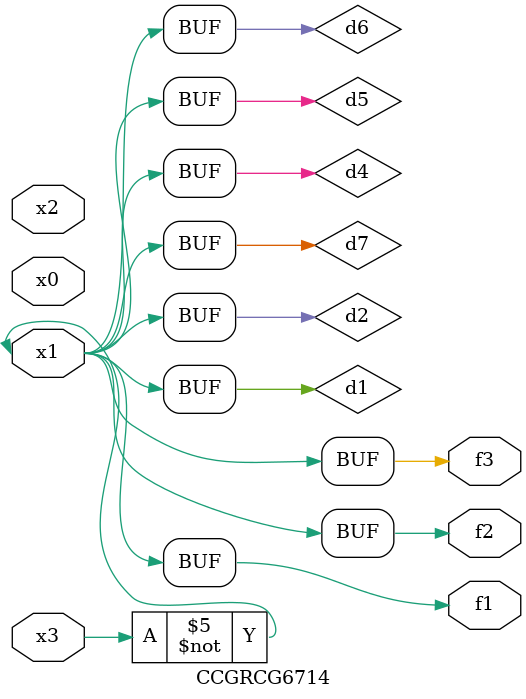
<source format=v>
module CCGRCG6714(
	input x0, x1, x2, x3,
	output f1, f2, f3
);

	wire d1, d2, d3, d4, d5, d6, d7;

	not (d1, x3);
	buf (d2, x1);
	xnor (d3, d1, d2);
	nor (d4, d1);
	buf (d5, d1, d2);
	buf (d6, d4, d5);
	nand (d7, d4);
	assign f1 = d6;
	assign f2 = d7;
	assign f3 = d6;
endmodule

</source>
